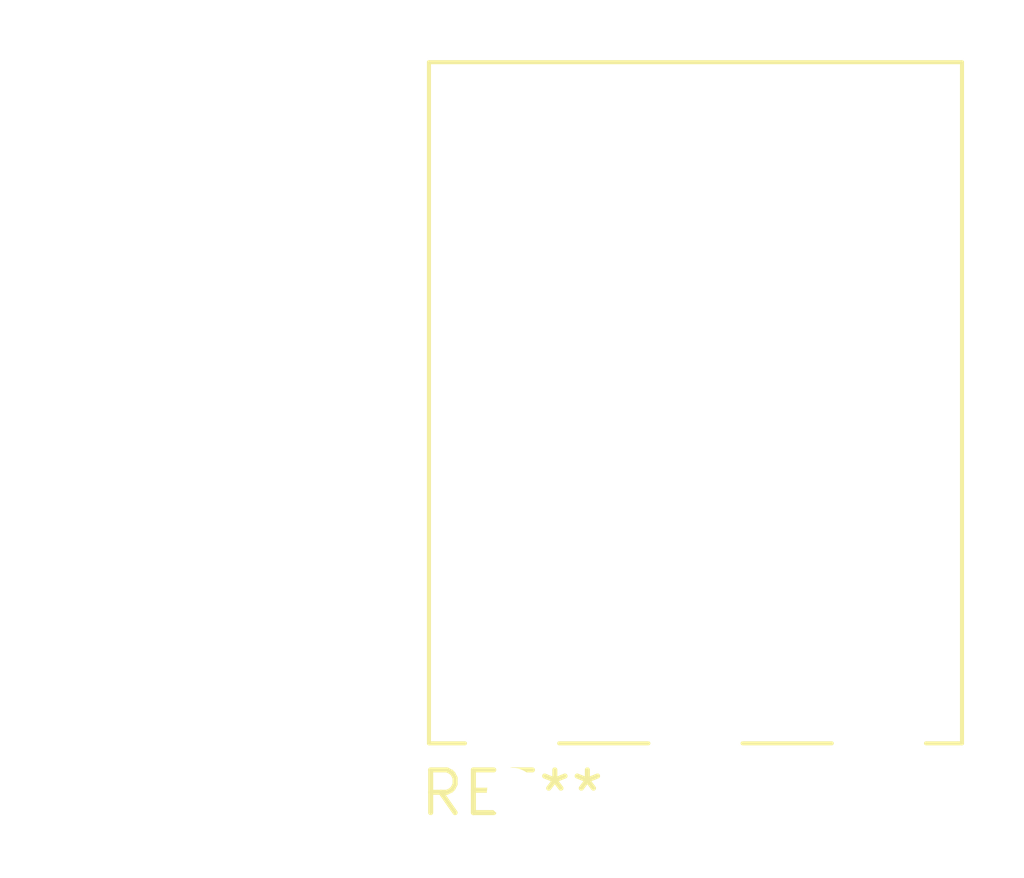
<source format=kicad_pcb>
(kicad_pcb (version 20240108) (generator pcbnew)
  (layers (0 "F.Cu" signal) (31 "B.Cu" signal) (34 "B.Paste" user) (35 "F.Paste" user) (36 "B.SilkS" user "B.Silkscreen") (37 "F.SilkS" user "F.Silkscreen") (38 "B.Mask" user) (39 "F.Mask" user) (44 "Edge.Cuts" user))
  (net 0 "")
  (footprint "TO-3PB-3_Horizontal_TabDown" (layer "F.Cu") (at 0 0)
    (property "Reference" "REF**")
    (property "Value" "TO-3PB-3_Horizontal_TabDown")
    (fp_line (start -2.47 -21.72) (end -2.47 -1.48) (layer "F.SilkS") (stroke (width 0.12)))
    (fp_line (start -2.47 -21.72) (end 13.37 -21.72) (layer "F.SilkS") (stroke (width 0.12)))
    (fp_line (start -2.47 -1.48) (end -1.4 -1.48) (layer "F.SilkS") (stroke (width 0.12)))
    (fp_line (start 1.4 -1.48) (end 4.051 -1.48) (layer "F.SilkS") (stroke (width 0.12)))
    (fp_line (start 6.85 -1.48) (end 9.5 -1.48) (layer "F.SilkS") (stroke (width 0.12)))
    (fp_line (start 12.3 -1.48) (end 13.37 -1.48) (layer "F.SilkS") (stroke (width 0.12)))
    (fp_line (start 13.37 -21.72) (end 13.37 -1.48) (layer "F.SilkS") (stroke (width 0.12)))
    (pad "" np_thru_hole oval (at 5.45 -16.6) (size 3.4 3.4) (drill 3.4) (layers *.Cu *.Mask))
    (pad "1" thru_hole rect (at 0 0) (size 2.5 4.5) (drill 1.5) (layers *.Cu *.Mask) (remove_unused_layers))
    (pad "2" thru_hole oval (at 5.45 0) (size 2.5 4.5) (drill 1.5) (layers *.Cu *.Mask) (remove_unused_layers))
    (pad "3" thru_hole oval (at 10.9 0) (size 2.5 4.5) (drill 1.5) (layers *.Cu *.Mask) (remove_unused_layers))
  )
)
</source>
